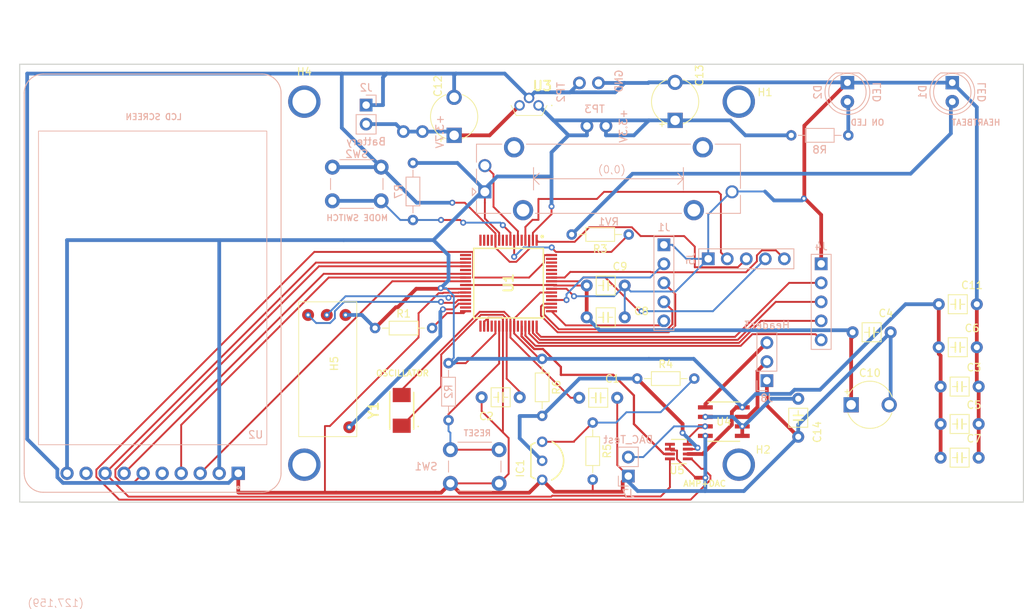
<source format=kicad_pcb>
(kicad_pcb (version 20240108) (generator "pcbnew") (generator_version "8.0")
  (title_block (title "ECE 445L Lab 6") (date "2024-08-07") (rev "v1.0.1") (company "The University of Texas at Austin"))
  (layers (0 "F.Cu" signal) (31 "B.Cu" signal) (34 "B.Paste" user) (35 "F.Paste" user) (36 "B.SilkS" user "B.Silkscreen") (37 "F.SilkS" user "F.Silkscreen") (38 "B.Mask" user) (39 "F.Mask" user) (44 "Edge.Cuts" user))
  (net 0 "")
  (net 1 "/OSC1")
  (net 2 "GND")
  (net 3 "/OSC2")
  (net 4 "+3V3")
  (net 5 "/LDO")
  (net 6 "Net-(U1-~{WAKE})")
  (net 7 "/Reset")
  (net 10 "Net-(U4-+IN2)")
  (net 11 "Net-(D1-A)")
  (net 12 "Net-(D2-A)")
  (net 13 "Net-(IC1-Pad1)")
  (net 14 "Net-(U5-VREF)")
  (net 16 "VOUT")
  (net 17 "OUT2")
  (net 18 "OUT1")
  (net 21 "/+3_7V")
  (net 22 "/TCK")
  (net 23 "Net-(H5-GND)")
  (net 25 "/TMS")
  (net 26 "/TDI")
  (net 27 "/TDO")
  (net 28 "PD5")
  (net 29 "Net-(H5-LED_Brightness)")
  (net 30 "PB6")
  (net 31 "PB7")
  (net 33 "PE3")
  (net 34 "PE2")
  (net 35 "PE1")
  (net 42 "Net-(H5-Vout)")
  (net 44 "PA2")
  (net 45 "PA3")
  (net 47 "PA5")
  (net 48 "PA6")
  (net 49 "PA7")
  (net 56 "PB0")
  (net 57 "PB1")
  (net 58 "PB2")
  (net 59 "PB3")
  (net 60 "PB5")
  (net 61 "PB4")
  (net 63 "PD3")
  (footprint "ECE445L:CP_Radial_Tantal200mil" (layer "F.Cu") (at 76 105 90)
    (property "Reference" "C12")
    (property "Value" "4.7uF")
  )
  (footprint "ECE445L:C_Axial_200mil" (layer "F.Cu") (at 92.69375 140.065)
    (property "Reference" "C1")
    (property "Value" "10pF C0G")
  )
  (footprint "ECE445L:C_Axial_200mil" (layer "F.Cu") (at 140.94375 138.565)
    (property "Reference" "C3")
    (property "Value" "1uF")
  )
  (footprint "ECE445L:C_Axial_200mil" (layer "F.Cu") (at 121.935 140.19375 -90)
    (property "Reference" "C14")
    (property "Value" "1uF")
  )
  (footprint "ECE445L:C_Axial_200mil" (layer "F.Cu") (at 93.69375 129.315)
    (property "Reference" "C8")
    (property "Value" "0.1uF")
  )
  (footprint "ECE445L:CP_Radial_Tantal200mil" (layer "F.Cu") (at 105.5 103 90)
    (property "Reference" "C13")
    (property "Value" "4.7uF")
  )
  (footprint "ECE445L:C_Axial_200mil" (layer "F.Cu") (at 140.94375 143.565)
    (property "Reference" "C5")
    (property "Value" "0.01uF")
  )
  (footprint "ECE445L:R_Axial_DIN0204_L3.6mm_D1.6mm_P7.62mm_Horizontal" (layer "F.Cu") (at 94.5 143.38 -90)
    (property "Reference" "R5")
    (property "Value" "10k")
  )
  (footprint "Lab_6:RJ_8_ADI" (layer "F.Cu") (at 106 147.25 180)
    (property "Reference" "U5")
    (property "Value" "AD5061BRJZ-1500RL7")
  )
  (footprint "ECE445L:TL431CLPM" (layer "F.Cu") (at 87.27 101 180)
    (property "Reference" "U3")
    (property "Value" "LP2950-33LPRE3" (hide yes))
  )
  (footprint "ECE445L:C_Axial_200mil" (layer "F.Cu") (at 93.69375 125.065)
    (property "Reference" "C9")
    (property "Value" "1uF")
  )
  (footprint "ECE445L:C_Axial_200mil" (layer "F.Cu") (at 129.19375 131.315)
    (property "Reference" "C4")
    (property "Value" "0.1uF")
  )
  (footprint "ECE445L:MountingHole_4_40" (layer "F.Cu") (at 114 100.5)
    (property "Reference" "H1")
    (property "Value" "~")
  )
  (footprint "Lab_6:R_8_ADI" (layer "F.Cu") (at 112 143.25)
    (property "Reference" "U4")
    (property "Value" "AD822ARZ")
  )
  (footprint "ECE445L:QFP50P1200X1200X160-64N" (layer "F.Cu") (at 83.262 124.75 -90)
    (property "Reference" "U1")
    (property "Value" "TM4C123GH6PMIR" (hide yes))
  )
  (footprint "ECE445L:R_Axial_DIN0204_L3.6mm_D1.6mm_P7.62mm_Horizontal" (layer "F.Cu") (at 99.31 118.25 180)
    (property "Reference" "R3")
    (property "Value" "10k")
  )
  (footprint "ECE445L:MountingHole_4_40" (layer "F.Cu") (at 56 100.5)
    (property "Reference" "H4")
    (property "Value" "~")
  )
  (footprint "ECE445L:ti_LM4041CILPR" (layer "F.Cu") (at 87.75 148.48 -90)
    (property "Reference" "IC1")
    (property "Value" "LM4041CILPR")
  )
  (footprint "ECE445L:C_Axial_200mil" (layer "F.Cu") (at 140.69375 133.315)
    (property "Reference" "C6")
    (property "Value" "0.1uF")
  )
  (footprint "ECE445L:R_Axial_DIN0204_L3.6mm_D1.6mm_P7.62mm_Horizontal" (layer "F.Cu") (at 65.44 130.75)
    (property "Reference" "R1")
    (property "Value" "1M")
  )
  (footprint "ECE445L:ABM3" (layer "F.Cu") (at 69 141.75 90)
    (property "Reference" "Y1")
    (property "Value" "ABM3-16.000MHZ-B2-T" (hide yes))
  )
  (footprint "ECE445L:C_Axial_200mil" (layer "F.Cu") (at 140.94375 148.065)
    (property "Reference" "C7")
    (property "Value" "0.1uF")
  )
  (footprint "ECE445L:R_Axial_DIN0204_L3.6mm_D1.6mm_P7.62mm_Horizontal" (layer "F.Cu") (at 87.75 134.86 -90)
    (property "Reference" "R6")
    (property "Value" "9k")
  )
  (footprint "ECE445L:R_Axial_DIN0204_L3.6mm_D1.6mm_P7.62mm_Horizontal" (layer "F.Cu") (at 100.44 137.5)
    (property "Reference" "R4")
    (property "Value" "3.3k")
  )
  (footprint "ECE445L:C_Axial_200mil" (layer "F.Cu") (at 140.69375 127.565)
    (property "Reference" "C11")
    (property "Value" "0.01uF")
  )
  (footprint "ECE445L:CP_Radial_Tantal200mil" (layer "F.Cu") (at 129 141)
    (property "Reference" "C10")
    (property "Value" "2.2uF")
  )
  (footprint "ECE445L:C_Axial_200mil" (layer "F.Cu") (at 84.75 140 180)
    (property "Reference" "C2")
    (property "Value" "10pF C0G")
  )
  (footprint "Lab_6:HEARTBEAT" (layer "F.Cu") (at 39.5 147.75 -90)
    (property "Reference" "H5")
    (property "Value" "~")
  )
  (footprint "ECE445L:MountingHole_4_40" (layer "F.Cu") (at 56 149)
    (property "Reference" "H3" (hide yes))
    (property "Value" "~")
  )
  (footprint "ECE445L:MountingHole_4_40" (layer "F.Cu") (at 114 149)
    (property "Reference" "H2")
    (property "Value" "~")
  )
  (footprint "ECE445L:PTA2043pot" (layer "B.Cu") (at 80.1 112.55)
    (property "Reference" "RV1")
    (property "Value" "PTA2043")
  )
  (footprint "ECE445L:PinHeader_1x02_P2.54mm_Vertical" (layer "B.Cu") (at 64.25 100.96 180)
    (property "Reference" "J2")
    (property "Value" "Battery")
  )
  (footprint "ECE445L:PinHeader_1x02_P2.54mm_Vertical" (layer "B.Cu") (at 99.25 150.525)
    (property "Reference" "J7")
    (property "Value" "DAC_Test")
  )
  (footprint "ECE445L:LED_D5.0mm" (layer "B.Cu") (at 142.5 97.96 -90)
    (property "Reference" "D1")
    (property "Value" "LED")
  )
  (footprint "ECE445L:R_Axial_DIN0204_L3.6mm_D1.6mm_P7.62mm_Horizontal" (layer "B.Cu") (at 70.5 108.69 -90)
    (property "Reference" "R7")
    (property "Value" "10k")
  )
  (footprint "ECE445L:PinHeader_1x05_P2.54mm_Vertical" (layer "B.Cu") (at 109.92 121.5 -90)
    (property "Reference" "J5")
    (property "Value" "LOGIC_4-7")
  )
  (footprint "Button_Switch_THT:SW_PUSH_6mm" (layer "B.Cu") (at 66.25 109.25 180)
    (property "Reference" "SW2")
    (property "Value" "Input")
  )
  (footprint "ECE445L:PinHeader_1x05_P2.54mm_Vertical" (layer "B.Cu") (at 104 119.63 180)
    (property "Reference" "J1")
    (property "Value" "JTAG")
  )
  (footprint "ECE445L:LED_D5.0mm" (layer "B.Cu") (at 128.5 97.96 -90)
    (property "Reference" "D2")
    (property "Value" "LED")
  )
  (footprint "Button_Switch_THT:SW_PUSH_6mm" (layer "B.Cu") (at 75.5 151.5)
    (property "Reference" "SW1")
    (property "Value" "Reset")
  )
  (footprint "ECE445L:Testpoint_1x02_P2.54mm" (layer "B.Cu") (at 69.225 104.5 -90)
    (property "Reference" "TP1" (hide yes))
    (property "Value" "+3.7V")
  )
  (footprint "ECE445L:R_Axial_DIN0204_L3.6mm_D1.6mm_P7.62mm_Horizontal" (layer "B.Cu") (at 75.25 135.44 -90)
    (property "Reference" "R2")
    (property "Value" "10k")
  )
  (footprint "ECE445L:PinHeader_1x03_P2.54mm_Vertical" (layer "B.Cu") (at 117.75 137.775)
    (property "Reference" "J8")
    (property "Value" "Header3")
  )
  (footprint "ECE445L:Testpoint_1x02_P2.54mm" (layer "B.Cu") (at 93.725 103.75 -90)
    (property "Reference" "TP3")
    (property "Value" "+3.3V")
  )
  (footprint "ECE445L:R_Axial_DIN0204_L3.6mm_D1.6mm_P7.62mm_Horizontal" (layer "B.Cu") (at 121 105)
    (property "Reference" "R8")
    (property "Value" "10k")
  )
  (footprint "ECE445L:PinHeader_1x05_P2.54mm_Vertical" (layer "B.Cu") (at 125 122.17 180)
    (property "Reference" "J4")
    (property "Value" "LOGIC_0-3")
  )
  (footprint "ECE445L:adafruit_st7735r2" (layer "B.Cu") (at 35.75 124.75 180)
    (property "Reference" "U2")
    (property "Value" "Adafruit ST7735R")
  )
  (footprint "ECE445L:Testpoint_1x02_P2.54mm" (layer "B.Cu") (at 92.725 98 -90)
    (property "Reference" "TP2")
    (property "Value" "GND")
  )
  (gr_rect (start 18 95.5) (end 152 154) (stroke (width 0.15)) (fill none) (layer "Edge.Cuts"))
  (gr_text "MODE SWITCH" (at 67.25 116.5 0) (layer "B.SilkS") (effects (font (size 0.8 0.8) (thickness 0.15) (bold yes)) (justify left bottom mirror)))
  (gr_text "ON LED" (at 133.5 103.75 0) (layer "B.SilkS") (effects (font (size 0.8 0.8) (thickness 0.15) (bold yes)) (justify left bottom mirror)))
  (gr_text "LCD SCREEN" (at 39.75 103 0) (layer "B.SilkS") (effects (font (size 0.8 0.8) (thickness 0.15) (bold yes)) (justify left bottom mirror)))
  (gr_text "RESET" (at 81 145.25 0) (layer "B.SilkS") (effects (font (size 0.8 0.8) (thickness 0.15) (bold yes)) (justify left bottom mirror)))
  (gr_text "HEARTBEAT" (at 149 103.75 0) (layer "B.SilkS") (effects (font (size 0.8 0.8) (thickness 0.15) (bold yes)) (justify left bottom mirror)))
  (gr_text "OSCILLATOR" (at 65.5 137.25 0) (layer "F.SilkS") (effects (font (size 0.8 0.8) (thickness 0.15) (bold yes)) (justify left bottom)))
  (gr_text "AMP+DAC" (at 106.5 152 0) (layer "F.SilkS") (effects (font (size 0.8 0.8) (thickness 0.15) (bold yes)) (justify left bottom)))
  (segment (start 83.512 130.488) (end 83.512 129.419129) (width 0.25) (layer "F.Cu") (net 1))
  (segment (start 83.512 132.01462) (end 83.512 130.488) (width 0.25) (layer "F.Cu") (net 1))
  (segment (start 92.69375 140.065) (end 91.56238 140.065) (width 0.25) (layer "F.Cu") (net 1))
  (segment (start 79.415564 128.58125) (end 69 138.996814) (width 0.25) (layer "F.Cu") (net 1))
  (segment (start 69 138.996814) (end 69 139.7) (width 0.25) (layer "F.Cu") (net 1))
  (segment (start 83.512 129.419129) (end 82.674121 128.58125) (width 0.25) (layer "F.Cu") (net 1))
  (segment (start 91.56238 140.065) (end 83.512 132.01462) (width 0.25) (layer "F.Cu") (net 1))
  (segment (start 82.674121 128.58125) (end 79.415564 128.58125) (width 0.25) (layer "F.Cu") (net 1))
  (segment (start 80.63125 129.38125) (end 80.512 129.5005) (width 0.25) (layer "F.Cu") (net 2))
  (segment (start 117.75 141.08875) (end 121.935 145.27375) (width 0.5) (layer "F.Cu") (net 2))
  (segment (start 71.25 128.770769) (end 71.25 132) (width 0.25) (layer "F.Cu") (net 2))
  (segment (start 86.012 120.178359) (end 84.29294 121.897419) (width 0.25) (layer "F.Cu") (net 2))
  (segment (start 81.512 119.9995) (end 81.512 119.012) (width 0.25) (layer "F.Cu") (net 2))
  (segment (start 79.67 140) (end 79.67 141.842877) (width 0.25) (layer "F.Cu") (net 2))
  (segment (start 77.421814 114) (end 75.75 114) (width 0.25) (layer "F.Cu") (net 2))
  (segment (start 128.5 97.96) (end 122.75 103.71) (width 0.5) (layer "F.Cu") (net 2))
  (segment (start 145.77375 133.315) (end 145.77375 138.315) (width 0.5) (layer "F.Cu") (net 2))
  (segment (start 73.5 152.75) (end 74.25 152.75) (width 0.5) (layer "F.Cu") (net 2))
  (segment (start 98.5 151.275) (end 99.25 150.525) (width 0.5) (layer "F.Cu") (net 2))
  (segment (start 83.275 150.225) (end 83.275 145.447877) (width 0.25) (layer "F.Cu") (net 2))
  (segment (start 79.67 141.842877) (end 82.512 144.684877) (width 0.25) (layer "F.Cu") (net 2))
  (segment (start 89 125.5) (end 91 125.5) (width 0.25) (layer "F.Cu") (net 2))
  (segment (start 98.5 152.62) (end 98.5 151.275) (width 0.5) (layer "F.Cu") (net 2))
  (segment (start 47.18 152.68) (end 47.25 152.75) (width 0.5) (layer "F.Cu") (net 2))
  (segment (start 74.48939 126.090569) (end 73.9302 126.090569) (width 0.25) (layer "F.Cu") (net 2))
  (segment (start 105.75 148.25) (end 108.25 150.75) (width 0.25) (layer "F.Cu") (net 2))
  (segment (start 81.512 119.012) (end 81.512 118.090186) (width 0.25) (layer "F.Cu") (net 2))
  (segment (start 59.4135 143.8365) (end 58.844641 143.8365) (width 0.25) (layer "F.Cu") (net 2))
  (segment (start 94.5 151) (end 94.5 152.62) (width 0.25) (layer "F.Cu") (net 2))
  (segment (start 81.512 118.090186) (end 77.421814 114) (width 0.25) (layer "F.Cu") (net 2))
  (segment (start 86.02 152.75) (end 87.75 151.02) (width 0.5) (layer "F.Cu") (net 2))
  (segment (start 108.25 150.75) (end 109.5 150.75) (width 0.5) (layer "F.Cu") (net 2))
  (segment (start 117.75 137.775) (end 117.75 141.08875) (width 0.5) (layer "F.Cu") (net 2))
  (segment (start 134.27375 140.80625) (end 134.08 141) (width 0.25) (layer "F.Cu") (net 2))
  (segment (start 82.512 129.5505) (end 82.34275 129.38125) (width 0.25) (layer "F.Cu") (net 2))
  (segment (start 83.275 145.447877) (end 82.512 144.684877) (width 0.25) (layer "F.Cu") (net 2))
  (segment (start 97.77375 149.04875) (end 99.25 150.525) (width 0.25) (layer "F.Cu") (net 2))
  (segment (start 82.34275 129.38125) (end 80.53125 129.38125) (width 0.25) (layer "F.Cu") (net 2))
  (segment (start 146.02375 138.565) (end 146.02375 143.565) (width 0.5) (layer "F.Cu") (net 2))
  (segment (start 94.5 152.62) (end 98.5 152.62) (width 0.5) (layer "F.Cu") (net 2))
  (segment (start 73.9302 126.090569) (end 71.25 128.770769) (width 0.25) (layer "F.Cu") (net 2))
  (segment (start 47.25 152.75) (end 58.75 152.75) (width 0.5) (layer "F.Cu") (net 2))
  (segment (start 77.524 126) (end 76.5865 126) (width 0.25) (layer "F.Cu") (net 2))
  (segment (start 82.512 130.488) (end 82.512 129.5505) (width 0.25) (layer "F.Cu") (net 2))
  (segment (start 145.77375 127.565) (end 145.77375 133.315) (width 0.5) (layer "F.Cu") (net 2))
  (segment (start 82 151.5) (end 83.275 150.225) (width 0.25) (layer "F.Cu") (net 2))
  (segment (start 82.512 130.488) (end 82.512 144.684877) (width 0.25) (layer "F.Cu") (net 2))
  (segment (start 122.75 103.71) (end 122.75 113.38) (width 0.5) (layer "F.Cu") (net 2))
  (segment (start 80.512 129.5005) (end 80.512 130.488) (width 0.25) (layer "F.Cu") (net 2))
  (segment (start 76.5615 126.025) (end 74.554959 126.025) (width 0.25) (layer "F.Cu") (net 2))
  (segment (start 75.5 151.5) (end 76.75 152.75) (width 0.5) (layer "F.Cu") (net 2))
  (segment (start 104.8062 146.275001) (end 104.9071 146.275001) (width 0.25) (layer "F.Cu") (net 2))
  (segment (start 80.012 129.9005) (end 80.012 130.488) (width 0.25) (layer "F.Cu") (net 2))
  (segment (start 91 125.5) (end 92 126.5) (width 0.25) (layer "F.Cu") (net 2))
  (segment (start 89.35 152.62) (end 94.5 152.62) (width 0.5) (layer "F.Cu") (net 2))
  (segment (start 110.2474 145.155) (end 109.5362 145.155) (width 0.25) (layer "F.Cu") (net 2))
  (segment (start 145.77375 138.315) (end 146.02375 138.565) (width 0.5) (layer "F.Cu") (net 2))
  (segment (start 47.18 150.15) (end 47.18 152.68) (width 0.5) (layer "F.Cu") (net 2))
  (segment (start 104.990702 147.109501) (end 105.7416 147.109501) (width 0.25) (layer "F.Cu") (net 2))
  (segment (start 80.53125 129.38125) (end 80.012 129.9005) (width 0.25) (layer "F.Cu") (net 2))
  (segment (start 105.75 147.117901) (end 105.75 148.25) (width 0.25) (layer "F.Cu") (net 2))
  (segment (start 71.25 132) (end 59.4135 143.8365) (width 0.25) (layer "F.Cu") (net 2))
  (segment (start 74.25 152.75) (end 75.5 151.5) (width 0.5) (layer "F.Cu") (net 2))
  (segment (start 97.77375 140.065) (end 97.77375 149.04875) (width 0.25) (layer "F.Cu") (net 2))
  (segment (start 60.25 152.75) (end 73.5 152.75) (width 0.5) (layer "F.Cu") (net 2))
  (segment (start 84.29294 121.897419) (end 83.409919 121.897419) (width 0.25) (layer "F.Cu") (net 2))
  (segment (start 76.5865 126) (end 76.5615 126.025) (width 0.25) (layer "F.Cu") (net 2))
  (segment (start 76.75 152.75) (end 86.02 152.75) (width 0.5) (layer "F.Cu") (net 2))
  (segment (start 122.75 113.38) (end 125 115.63) (width 0.5) (layer "F.Cu") (net 2))
  (segment (start 104.8062 146.275001) (end 104.8062 146.924999) (width 0.25) (layer "F.Cu") (net 2))
  (segment (start 104.8062 146.924999) (end 104.990702 147.109501) (width 0.25) (layer "F.Cu") (net 2))
  (segment (start 74.554959 126.025) (end 74.48939 126.090569) (width 0.25) (layer "F.Cu") (net 2))
  (segment (start 58.75 143.8365) (end 58.75 152.75) (width 0.25) (layer "F.Cu") (net 2))
  (segment (start 58.75 152.75) (end 60.25 152.75) (width 0.5) (layer "F.Cu") (net 2))
  (segment (start 105.7416 147.109501) (end 105.75 147.117901) (width 0.25) (layer "F.Cu") (net 2))
  (segment (start 146.02375 143.565) (end 146.02375 148.065) (width 0.5) (layer "F.Cu") (net 2))
  (segment (start 83.409919 121.897419) (end 81.512 119.9995) (width 0.25) (layer "F.Cu") (net 2))
  (segment (start 87.75 151.02) (end 89.35 152.62) (width 0.5) (layer "F.Cu") (net 2))
  (segment (start 86.012 119.012) (end 86.012 120.178359) (width 0.25) (layer "F.Cu") (net 2))
  (segment (start 82 151.5) (end 75.5 151.5) (width 0.25) (layer "F.Cu") (net 2))
  (segment (start 125 115.63) (end 125 122.17) (width 0.5) (layer "F.Cu") (net 2))
  (via (at 122.69 113.44) (size 0.8) (drill 0.4) (layers "F.Cu" "B.Cu") (net 2))
  (via (at 109.5362 150.75) (size 0.8) (drill 0.4) (layers "F.Cu" "B.Cu") (net 2))
  (via (at 92 126.5) (size 0.8) (drill 0.4) (layers "F.Cu" "B.Cu") (net 2))
  (via (at 109.5362 145.155) (size 0.8) (drill 0.4) (layers "F.Cu" "B.Cu") (net 2))
  (via (at 75.75 114) (size 0.8) (drill 0.4) (layers "F.Cu" "B.Cu") (net 2))
  (segment (start 121.935 143.65375) (end 121.935 145.27375) (width 0.5) (layer "B.Cu") (net 2))
  (segment (start 109.5362 145.155) (end 109.5362 150.75) (width 0.5) (layer "B.Cu") (net 2))
  (segment (start 61 96.75) (end 19 96.75) (width 0.5) (layer "B.Cu") (net 2))
  (segment (start 67 96.75) (end 66.5 97.25) (width 0.5) (layer "B.Cu") (net 2))
  (segment (start 71 114) (end 75.75 114) (width 0.5) (layer "B.Cu") (net 2))
  (segment (start 66.25 109.25) (end 61 104) (width 0.5) (layer "B.Cu") (net 2))
  (segment (start 82.75 96.75) (end 76.25 96.75) (width 0.5) (layer "B.Cu") (net 2))
  (segment (start 97.33875 126.5) (end 92 126.5) (width 0.25) (layer "B.Cu") (net 2))
  (segment (start 109.5 152.525) (end 114.68375 152.525) (width 0.5) (layer "B.Cu") (net 2))
  (segment (start 99.25 150.525) (end 99.25 151.275) (width 0.5) (layer "B.Cu") (net 2))
  (segment (start 128.46 97.92) (end 128.5 97.96) (width 0.5) (layer "B.Cu") (net 2))
  (segment (start 67 96.75) (end 61 96.75) (width 0.5) (layer "B.Cu") (net 2))
  (segment (start 101.92 98) (end 102 97.92) (width 0.5) (layer "B.Cu") (net 2))
  (segment (start 99.573749 125.864999) (end 105.555001 125.864999) (width 0.25) (layer "B.Cu") (net 2))
  (segment (start 122.69 113.44) (end 122.75 113.38) (width 0.5) (layer "B.Cu") (net 2))
  (segment (start 109.5362 150.75) (end 109.5362 152.4888) (width 0.5) (layer "B.Cu") (net 2))
  (segment (start 98.77375 125.065) (end 97.33875 126.5) (width 0.25) (layer "B.Cu") (net 2))
  (segment (start 145.77375 127.565) (end 145.77375 101.23375) (width 0.5) (layer "B.Cu") (net 2))
  (segment (start 76.25 96.75) (end 67 96.75) (width 0.5) (layer "B.Cu") (net 2))
  (segment (start 117.5 112.5) (end 118.7 113.7) (width 0.5) (layer "B.Cu") (net 2))
  (segment (start 23.031 149.616078) (end 23.031 150.683922) (width 0.5) (layer "B.Cu") (net 2))
  (segment (start 86 100) (end 86.75 99.25) (width 0.5) (layer "B.Cu") (net 2))
  (segment (start 98.77375 129.315) (end 98.77375 125.065) (width 0.25) (layer "B.Cu") (net 2))
  (segment (start 66.5 100.96) (end 64.25 100.96) (width 0.5) (layer "B.Cu") (net 2))
  (segment (start 45.891 151.439) (end 47.18 150.15) (width 0.5) (layer "B.Cu") (net 2))
  (segment (start 59.75 109.25) (end 66.25 109.25) (width 0.5) (layer "B.Cu") (net 2))
  (segment (start 97.5 99.25) (end 98.75 98) (width 0.5) (layer "B.Cu") (net 2))
  (segment (start 95.265 98) (end 98.75 98) (width 0.5) (layer "B.Cu") (net 2))
  (segment (start 66.5 97.25) (end 66.5 100.96) (width 0.5) (layer "B.Cu") (net 2))
  (segment (start 105.555001 125.864999) (end 109.92 121.5) (width 0.25) (layer "B.Cu") (net 2))
  (segment (start 76 97) (end 76 99.92) (width 0.5) (layer "B.Cu") (net 2))
  (segment (start 109.92 115.58) (end 109.92 121.5) (width 0.25) (layer "B.Cu") (net 2))
  (segment (start 118.7 113.7) (end 122.43 113.7) (width 0.5) (layer "B.Cu") (net 2))
  (segment (start 23.786078 151.439) (end 45.891 151.439) (width 0.5) (layer "B.Cu") (net 2))
  (segment (start 99.25 151.275) (end 100.5 152.525) (width 0.5) (layer "B.Cu") (net 2))
  (segment (start 102 97.92) (end 128.46 97.92) (width 0.5) (layer "B.Cu") (net 2))
  (segment (start 145.77375 101.23375) (end 142.5 97.96) (width 0.5) (layer "B.Cu") (net 2))
  (segment (start 104 119.63) (end 105.12 119.63) (width 0.25) (layer "B.Cu") (net 2))
  (segment (start 134.27375 140.80625) (end 134.08 141) (width 0.5) (layer "B.Cu") (net 2))
  (segment (start 86 100) (end 82.75 96.75) (width 0.5) (layer "B.Cu") (net 2))
  (segment (start 98.77375 125.065) (end 99.573749 125.864999) (width 0.25) (layer "B.Cu") (net 2))
  (segment (start 89.5 99.25) (end 97.5 99.25) (width 0.5) (layer "B.Cu") (net 2))
  (segment (start 23.031 150.683922) (end 23.786078 151.439) (width 0.5) (layer "B.Cu") (net 2))
  (segment (start 19 145.585078) (end 23.031 149.616078) (width 0.5) (layer "B.Cu") (net 2))
  (segment (start 134.27375 131.315) (end 121.935 143.65375) (width 0.5) (layer "B.Cu") (net 2))
  (segment (start 109.5362 152.4888) (end 109.5 152.525) (width 0.5) (layer "B.Cu") (net 2))
  (segment (start 98.75 98) (end 101.92 98) (width 0.5) (layer "B.Cu") (net 2))
  (segment (start 117.5 112.5) (end 113 112.5) (width 0.25) (layer "B.Cu") (net 2))
  (segment (start 86.75 99.25) (end 89.5 99.25) (width 0.5) (layer "B.Cu") (net 2))
  (segment (start 61 104) (end 61 96.75) (width 0.5) (layer "B.Cu") (net 2))
  (segment (start 100.5 152.525) (end 109.5 152.525) (width 0.5) (layer "B.Cu") (net 2))
  (segment (start 91.475 99.25) (end 92.725 98) (width 0.5) (layer "B.Cu") (net 2))
  (segment (start 105.12 119.63) (end 106.99 121.5) (width 0.25) (layer "B.Cu") (net 2))
  (segment (start 76.25 96.75) (end 76 97) (width 0.5) (layer "B.Cu") (net 2))
  (segment (start 19 96.75) (end 19 145.585078) (width 0.5) (layer "B.Cu") (net 2))
  (segment (start 66.25 109.25) (end 71 114) (width 0.5) (layer "B.Cu") (net 2))
  (segment (start 89.5 99.25) (end 91.475 99.25) (width 0.5) (layer "B.Cu") (net 2))
  (segment (start 114.68375 152.525) (end 121.935 145.27375) (width 0.5) (layer "B.Cu") (net 2))
  (segment (start 113 112.5) (end 109.92 115.58) (width 0.25) (layer "B.Cu") (net 2))
  (segment (start 122.43 113.7) (end 122.69 113.44) (width 0.5) (layer "B.Cu") (net 2))
  (segment (start 106.99 121.5) (end 109.92 121.5) (width 0.25) (layer "B.Cu") (net 2))
  (segment (start 128.5 97.96) (end 142.5 97.96) (width 0.5) (layer "B.Cu") (net 2))
  (segment (start 134.27375 131.315) (end 134.27375 140.80625) (width 0.5) (layer "B.Cu") (net 2))
  (segment (start 83.012 129.484814) (end 83.012 130.488) (width 0.25) (layer "F.Cu") (net 3))
  (segment (start 84.75 139.25) (end 83.012 137.512) (width 0.25) (layer "F.Cu") (net 3))
  (segment (start 69 143.8) (end 74.275 138.525) (width 0.25) (layer "F.Cu") (net 3))
  (segment (start 74.275 134.2875) (end 79.58125 128.98125) (width 0.25) (layer "F.Cu") (net 3))
  (segment (start 79.58125 128.98125) (end 82.508436 128.98125) (width 0.25) (layer "F.Cu") (net 3))
  (segment (start 74.275 138.525) (end 74.275 134.2875) (width 0.25) (layer "F.Cu") (net 3))
  (segment (start 82.508436 128.98125) (end 83.012 129.484814) (width 0.25) (layer "F.Cu") (net 3))
  (segment (start 83.012 137.512) (end 83.012 130.488) (width 0.25) (layer "F.Cu") (net 3))
  (segment (start 84.75 140) (end 84.75 139.25) (width 0.25) (layer "F.Cu") (net 3))
  (segment (start 77.524 125.5) (end 74.294226 125.5) (width 0.25) (layer "F.Cu") (net 4))
  (segment (start 68.47 127.97) (end 68.22 127.97) (width 0.5) (layer "F.Cu") (net 4))
  (segment (start 80.1 114) (end 80.1 112.55) (width 0.25) (layer "F.Cu") (net 4))
  (segment (start 74.294226 125.5) (end 74.209795 125.415569) (width 0.25) (layer "F.Cu") (net 4))
  (segment (start 140.69375 133.315) (end 140.69375 134.19375) (width 0.5) (layer "F.Cu") (net 4))
  (segment (start 89 115.5365) (end 89 114.5) (width 0.25) (layer "F.Cu") (net 4))
  (segment (start 77.5475 135.44) (end 75.25 135.44) (width 0.25) (layer "F.Cu") (net 4))
  (segment (start 113.0732 141.9356) (end 113.6638 141.345) (width 0.5) (layer "F.Cu") (net 4))
  (segment (start 70.94 125.5) (end 68.47 127.97) (width 0.5) (layer "F.Cu") (net 4))
  (segment (start 86.512 118.0245) (end 89 115.5365) (width 0.25) (layer "F.Cu") (net 4))
  (segment (start 87.5125 126) (end 84.012 129.5005) (width 0.25) (layer "F.Cu") (net 4))
  (segment (start 80.1 116.1125) (end 80.1 114) (width 0.25) (layer "F.Cu") (net 4))
  (segment (start 140.94375 134.44375) (end 140.94375 138.565) (width 0.5) (layer "F.Cu") (net 4))
  (segment (start 113.6638 141.345) (end 114.4638 141.345) (width 0.5) (layer "F.Cu") (net 4))
  (segment (start 81.512 130.488) (end 81.512 131.4755) (width 0.25) (layer "F.Cu") (net 4))
  (segment (start 84.012 131.4755) (end 87.3965 134.86) (width 0.25) (layer "F.Cu") (net 4))
  (segment (start 140.94375 138.565) (end 140.94375 143.565) (width 0.5) (layer "F.Cu") (net 4))
  (segment (start 84.012 130.488) (end 84.012 131.4755) (width 0.25) (layer "F.Cu") (net 4))
  (segment (start 81.512 131.4755) (end 77.5475 135.44) (width 0.25) (layer "F.Cu") (net 4))
  (segment (start 140.69375 127.565) (end 140.69375 133.25) (width 0.5) (layer "F.Cu") (net 4))
  (segment (start 113.0732 143.6768) (end 113.0732 141.9356) (width 0.5) (layer "F.Cu") (net 4))
  (segment (start 68.22 127.97) (end 65.44 130.75) (width 0.5) (layer "F.Cu") (net 4))
  (segment (start 82.012 119.012) (end 82.012 118.0245) (width 0.25) (layer "F.Cu") (net 4))
  (segment (start 82.012 118.0245) (end 80.1 116.1125) (width 0.25) (layer "F.Cu") (net 4))
  (segment (start 140.69375 134.19375) (end 140.94375 134.44375) (width 0.5) (layer "F.Cu") (net 4))
  (segment (start 109.174999 147.575001) (end 113.0732 143.6768) (width 0.5) (layer "F.Cu") (net 4))
  (segment (start 74.125364 125.5) (end 70.94 125.5) (width 0.5) (layer "F.Cu") (net 4))
  (segment (start 84.012 129.5005) (end 84.012 130.488) (width 0.25) (layer "F.Cu") (net 4))
  (segment (start 140.94375 143.565) (end 140.94375 148.065) (width 0.5) (layer "F.Cu") (net 4))
  (segment (start 89 126) (end 87.5125 126) (width 0.25) (layer "F.Cu") (net 4))
  (segment (start 74.209795 125.415569) (end 74.125364 125.5) (width 0.5) (layer "F.Cu") (net 4))
  (segment (start 107.1938 147.575001) (end 109.174999 147.575001) (width 0.5) (layer "F.Cu") (net 4))
  (segment (start 140.69375 133.25) (end 140.69375 133.315) (width 0.5) (layer "F.Cu") (net 4))
  (segment (start 86.512 119.012) (end 86.512 118.0245) (width 0.25) (layer "F.Cu") (net 4))
  (segment (start 87.3965 134.86) (end 87.75 134.86) (width 0.25) (layer "F.Cu") (net 4))
  (via (at 61.5 129) (size 0.8) (drill 0.4) (layers "F.Cu" "B.Cu") (net 4))
  (via (at 89 114.5) (size 0.8) (drill 0.4) (layers "F.Cu" "B.Cu") (net 4))
  (via (at 114.4638 141.345) (size 0.8) (drill 0.4) (layers "F.Cu" "B.Cu") (net 4))
  (via (at 74.209795 125.415569) (size 0.8) (drill 0.4) (layers "F.Cu" "B.Cu") (net 4))
  (segment (start 114.881027 105) (end 121 105) (width 0.5) (layer "B.Cu") (net 4))
  (segment (start 44.64 119.11) (end 44.75 119) (width 0.5) (layer "B.Cu") (net 4))
  (segment (start 65.19 131) (end 65.44 130.75) (width 0.5) (layer "B.Cu") (net 4))
  (segment (start 44.64 150.15) (end 44.64 119.11) (width 0.5) (layer "B.Cu") (net 4))
  (segment (start 81.73 110.5) (end 89 110.5) (width 0.5) (layer "B.Cu") (net 4))
  (segment (start 24.32 119) (end 24.32 150.15) (width 0.5) (layer "B.Cu") (net 4))
  (segment (start 102 134.86) (end 87.75 134.86) (width 0.5) (layer "B.Cu") (net 4))
  (segment (start 70.5 108.69) (end 76.44 108.69) (width 0.5) (layer "B.Cu") (net 4))
  (segment (start 120.887943 139.54375) (end 116.26505 139.54375) (width 0.5) (layer "B.Cu") (net 4))
  (segment (start 24.32 119) (end 44.75 119) (width 0.5) (layer "B.Cu") (net 4))
  (segment (start 63.69 129) (end 65.44 130.75) (width 0.5) (layer "B.Cu") (net 4))
  (segment (start 79.865 112.365) (end 79.99 112.24) (width 0.5) (layer "B.Cu") (net 4))
  (segment (start 89 110.5) (end 89 114.5) (width 0.5) (layer "B.Cu") (net 4))
  (segment (start 102 103) (end 105.5 103) (width 0.5) (layer "B.Cu") (net 4))
  (segment (start 75.25 124.375364) (end 75.25 121.02) (width 0.5) (layer "B.Cu") (net 4))
  (segment (start 75.95 126.445405) (end 74.920164 125.415569) (width 0.25) (layer "B.Cu") (net 4))
  (segment (start 87.26 101) (end 87.27 101) (width 0.5) (layer "B.Cu") (net 4))
  (segment (start 105.5 103) (end 112.881027 103) (width 0.5) (layer "B.Cu") (net 4))
  (segment (start 74.209795 125.415569) (end 75.25 124.375364) (width 0.5) (layer "B.Cu") (net 4))
  (segment (start 100 105) (end 101.875 103.125) (width 0.5) (layer "B.Cu") (net 4))
  (segment (start 75.25 135.44) (end 75.95 134.74) (width 0.25) (layer "B.Cu") (net 4))
  (segment (start 75.94 135.44) (end 76.52 134.86) (width 0.5) (layer "B.Cu") (net 4))
  (segment (start 76.44 108.69) (end 79.99 112.24) (width 0.5) (layer "B.Cu") (net 4))
  (segment (start 78.115 114.115) (end 79.865 112.365) (width 0.5) (layer "B.Cu") (net 4))
  (segment (start 89 107.27) (end 91.27 105) (width 0.5) (layer "B.Cu") (net 4))
  (segment (start 107.9788 134.86) (end 102 134.86) (width 0.5) (layer "B.Cu") (net 4))
  (segment (start 89 110.5) (end 89 107.27) (width 0.5) (layer "B.Cu") (net 4))
  (segment (start 136.260807 127.565) (end 124.832057 138.99375) (width 0.5) (layer "B.Cu") (net 4))
  (segment (start 116.26505 139.54375) (end 114.4638 141.345) (width 0.5) (layer "B.Cu") (net 4))
  (segment (start 112.881027 103) (end 114.881027 105) (width 0.5) (layer "B.Cu") (net 4))
  (segment (start 75.25 121.02) (end 73.23 119) (width 0.5) (layer "B.Cu") (net 4))
  (segment (start 44.75 119) (end 61.25 119) (width 0.5) (layer "B.Cu") (net 4))
  (segment (start 124.832057 138.99375) (end 121.437943 138.99375) (width 0.5) (layer "B.Cu") (net 4))
  (segment (start 79.865 112.365) (end 81.73 110.5) (width 0.5) (layer "B.Cu") (net 4))
  (segment (start 61.5 129) (end 63.69 129) (width 0.5) (layer "B.Cu") (net 4))
  (segment (start 93.725 105) (end 93.725 103.75) (width 0.5) (layer "B.Cu") (net 4))
  (segment (start 87.27 101) (end 91.01 104.74) (width 0.5) (layer "B.Cu") (net 4))
  (segment (start 75.95 134.74) (end 75.95 126.445405) (width 0.25) (layer "B.Cu") (net 4))
  (segment (start 89.27 103) (end 102 103) (width 0.5) (layer "B.Cu") (net 4))
  (segment (start 91.01 104.74) (end 91.27 105) (width 0.5) (layer "B.Cu") (net 4))
  (segment (start 74.920164 125.415569) (end 74.209795 125.415569) (width 0.25) (layer "B.Cu") (net 4))
  (segment (start 76.52 134.86) (end 87.75 134.86) (width 0.5) (layer "B.Cu") (net 4))
  (segment (start 140.69375 127.565) (end 136.260807 127.565) (width 0.5) (layer "B.Cu") (net 4))
  (segment (start 91.27 105) (end 93.725 105) (width 0.5) (layer "B.Cu") (net 4))
  (segment (start 101.875 103.125) (end 102 103) (width 0.5) (layer "B.Cu") (net 4))
  (segment (start 96.265 105) (end 96.265 103.75) (width 0.5) (layer "B.Cu") (net 4))
  (segment (start 73.23 119) (end 78.115 114.115) (width 0.5) (layer "B.Cu") (net 4))
  (segment (start 61.25 119) (end 73.23 119) (width 0.5) (layer "B.Cu") (net 4))
  (segment (start 89.25 102.98) (end 89.27 103) (width 0.5) (layer "B.Cu") (net 4))
  (segment (start 96.265 105) (end 100 105) (width 0.5) (layer "B.Cu") (net 4))
  (segment (start 114.4638 141.345) (end 107.9788 134.86) (width 0.5) (layer "B.Cu") (net 4))
  (segment (start 75.25 135.44) (end 75.94 135.44) (width 0.5) (layer "B.Cu") (net 4))
  (segment (start 87.27 101) (end 89.25 102.98) (width 0.5) (layer "B.Cu") (net 4))
  (segment (start 121.437943 138.99375) (end 120.887943 139.54375) (width 0.5) (layer "B.Cu") (net 4))
  (segment (start 93.69375 125.065) (end 93.69375 129.315) (width 0.5) (layer "F.Cu") (net 5))
  (segment (start 89 125) (end 89.25 125) (width 0.25) (layer "F.Cu") (net 5))
  (segment (start 129.19375 131.315) (end 129.19375 131.94375) (width 0.5) (layer "F.Cu") (net 5))
  (segment (start 89 125) (end 77.524 125) (width 0.25) (layer "F.Cu") (net 5))
  (segment (start 129 132.1375) (end 129 141) (width 0.5) (layer "F.Cu") (net 5))
  (segment (start 89.315 125.065) (end 93.69375 125.065) (width 0.25) (layer "F.Cu") (net 5))
  (segment (start 129.19375 131.94375) (end 129 132.1375) (width 0.5) (layer "F.Cu") (net 5))
  (segment (start 89.25 125) (end 89.315 125.065) (width 0.25) (layer "F.Cu") (net 5))
  (segment (start 93.69375 129.315) (end 95.41875 131.04) (width 0.5) (layer "B.Cu") (net 5))
  (segment (start 129.189375 131.310625) (end 129.19375 131.315) (width 0.5) (layer "B.Cu") (net 5))
  (segment (start 128.91875 131.04) (end 129.189375 131.310625) (width 0.5) (layer "B.Cu") (net 5))
  (segment (start 95.41875 131.04) (end 128.91875 131.04) (width 0.5) (layer "B.Cu") (net 5))
  (segment (start 73.06 130.75) (end 75.06 128.75) (width 0.25) (layer "F.Cu") (net 6))
  (segment (start 77.274 128.75) (end 77.524 128.5) (width 0.25) (layer "F.Cu") (net 6))
  (segment (start 75.06 128.75) (end 77.274 128.75) (width 0.25) (layer "F.Cu") (net 6))
  (segment (start 75.25 143.06) (end 75.25 142.25) (width 0.25) (layer "F.Cu") (net 7))
  (segment (start 75.5 147) (end 82 147) (width 0.25) (layer "F.Cu") (net 7))
  (segment (start 82.012 135.25) (end 82.012 130.488) (width 0.25) (layer "F.Cu") (net 7))
  (segment (start 75.25 142.25) (end 82.012 135.488) (width 0.25) (layer "F.Cu") (net 7))
  (segment (start 82.012 135.488) (end 82.012 135.25) (width 0.25) (layer "F.Cu") (net 7))
  (segment (start 75.5 144.75) (end 75.5 147) (width 0.25) (layer "B.Cu") (net 7))
  (segment (start 75.25 144.5) (end 75.5 144.75) (width 0.25) (layer "B.Cu") (net 7))
  (segment (start 75.25 143.06) (end 75.25 144.5) (width 0.25) (layer "B.Cu") (net 7))
  (segment (start 114.4638 145.155) (end 114.4638 143.885) (width 0.5) (layer "F.Cu") (net 10))
  (via (at 114.4638 143.885) (size 0.8) (drill 0.4) (layers "F.Cu" "B.Cu") (net 10))
  (via (at 109.5362 142.615) (size 0.8) (drill 0.4) (layers "F.Cu" "B.Cu") (net 10))
  (segment (start 114.635 143.885) (end 118.32625 140.19375) (width 0.5) (layer "B.Cu") (net 10))
  (segment (start 113.1938 142.615) (end 114.4638 143.885) (width 0.5) (layer "B.Cu") (net 10))
  (segment (start 118.32625 140.19375) (end 121.935 140.19375) (width 0.5) (layer "B.Cu") (net 10))
  (segment (start 114.4638 143.885) (end 114.635 143.885) (width 0.5) (layer "B.Cu") (net 10))
  (segment (start 109.5362 142.615) (end 113.1938 142.615) (width 0.5) (layer "B.Cu") (net 10))
  (segment (start 99.815 110.125) (end 91.69 118.25) (width 0.5) (layer "B.Cu") (net 11))
  (segment (start 142.31 104.75) (end 136.935 110.125) (width 0.5) (layer "B.Cu") (net 11))
  (segment (start 136.935 110.125) (end 99.815 110.125) (width 0.5) (layer "B.Cu") (net 11))
  (segment (start 142.31 104.75) (end 142.31 100.69) (width 0.5) (layer "B.Cu") (net 11))
  (segment (start 142.31 100.69) (end 142.5 100.5) (width 0.5) (layer "B.Cu") (net 11))
  (segment (start 128.62 105) (end 128.62 100.62) (width 0.5) (layer "B.Cu") (net 12))
  (segment (start 128.62 100.62) (end 128.5 100.5) (width 0.5) (layer "B.Cu") (net 12))
  (segment (start 92 145.88) (end 94.5 143.38) (width 0.25) (layer "F.Cu") (net 13))
  (segment (start 87.75 145.94) (end 92 145.94) (width 0.25) (layer "F.Cu") (net 13))
  (segment (start 92 145.94) (end 92 145.88) (width 0.25) (layer "F.Cu") (net 13))
  (segment (start 94.5 143.38) (end 97.62 143.38) (width 0.25) (layer "B.Cu") (net 13))
  (segment (start 108.06 137.5) (end 103.56 142) (width 0.25) (layer "B.Cu") (net 13))
  (segment (start 103.56 142) (end 99 142) (width 0.25) (layer "B.Cu") (net 13))
  (segment (start 97.62 143.38) (end 97.625 143.375) (width 0.25) (layer "B.Cu") (net 13))
  (segment (start 97.625 143.375) (end 99 142) (width 0.25) (layer "B.Cu") (net 13))
  (segment (start 87.75 142.48) (end 87.74 142.49) (width 0.25) (layer "F.Cu") (net 14))
  (segment (start 106.5 143.56) (end 106.5 144.75) (width 0.5) (layer "F.Cu") (net 14))
  (segment (start 107.1938 146.924999) (end 108.325001 146.924999) (width 0.25) (layer "F.Cu") (net 14))
  (segment (start 100.44 137.5) (end 106.5 143.56) (width 0.5) (layer "F.Cu") (net 14))
  (segment (start 108.325001 146.924999) (end 108.5 146.75) (width 0.25) (layer "F.Cu") (net 14))
  (via (at 106.5 144.75) (size 0.8) (drill 0.4) (layers "F.Cu" "B.Cu") (net 14))
  (via (at 108.5 146.75) (size 0.8) (drill 0.4) (layers "F.Cu" "B.Cu") (net 14))
  (segment (start 87.73 142.5) (end 87.74 142.49) (width 0.5) (layer "B.Cu") (net 14))
  (segment (start 84.75 145.48) (end 84.75 142.5) (width 0.5) (layer "B.Cu") (net 14))
  (segment (start 100.44 137.5) (end 92.73 137.5) (width 0.5) (layer "B.Cu") (net 14))
  (segment (start 106.5 144.75) (end 108.5 146.75) (width 0.5) (layer "B.Cu") (net 14))
  (segment (start 84.75 142.5) (end 87.73 142.5) (width 0.5) (layer "B.Cu") (net 14))
  (segment (start 92.73 137.5) (end 87.75 142.48) (width 0.5) (layer "B.Cu") (net 14))
  (segment (start 87.75 148.48) (end 84.75 145.48) (width 0.5) (layer "B.Cu") (net 14))
  (segment (start 107.1938 146.275001) (end 107.1938 145.5162) (width 0.25) (layer "F.Cu") (net 16))
  (segment (start 108.825 143.885) (end 109.5 143.885) (width 0.25) (layer "F.Cu") (net 16))
  (segment (start 107.1938 145.5162) (end 108.825 143.885) (width 0.25) (layer "F.Cu") (net 16))
  (segment (start 109.5 143.885) (end 109.5362 143.885) (width 0.25) (layer "F.Cu") (net 16))
  (via (at 109.5 143.885) (size 0.8) (drill 0.4) (layers "F.Cu" "B.Cu") (net 16))
  (segment (start 99.25 147.985) (end 101.25 147.985) (width 0.25) (layer "B.Cu") (net 16))
  (segment (start 109.5 143.885) (end 105.35 143.885) (width 0.25) (layer "B.Cu") (net 16))
  (segment (start 101.25 147.985) (end 105.35 143.885) (width 0.25) (layer "B.Cu") (net 16))
  (segment (start 114.4638 142.615) (end 115.175 142.615) (width 0.5) (layer "F.Cu") (net 17))
  (segment (start 116.5 136.485) (end 117.75 135.235) (width 0.5) (layer "F.Cu") (net 17))
  (segment (start 115.175 142.615) (end 116.5 141.29) (width 0.5) (layer "F.Cu") (net 17))
  (segment (start 116.5 141.29) (end 116.5 136.485) (width 0.5) (layer "F.Cu") (net 17))
  (segment (start 109.5362 140.9088) (end 109.5362 141.345) (width 0.5) (layer "F.Cu") (net 18))
  (segment (start 117.75 132.695) (end 109.5362 140.9088) (width 0.5) (layer "F.Cu") (net 18))
  (segment (start 80.73 105) (end 84.73 101) (width 0.5) (layer "F.Cu") (net 21))
  (segment (start 76 105) (end 80.73 105) (width 0.5) (layer "F.Cu") (net 21))
  (segment (start 71.765 104.5) (end 75.5 104.5) (width 0.5) (layer "B.Cu") (net 21))
  (segment (start 68.225 103.5) (end 64.25 103.5) (width 0.5) (layer "B.Cu") (net 21))
  (segment (start 69.225 104.5) (end 68.225 103.5) (width 0.5) (layer "B.Cu") (net 21))
  (segment (start 75.5 104.5) (end 76 105) (width 0.5) (layer "B.Cu") (net 21))
  (segment (start 69.225 104.5) (end 71.765 104.5) (width 0.5) (layer "B.Cu") (net 21))
  (segment (start 89 127) (end 91 127) (width 0.25) (layer "F.Cu") (net 22))
  (via (at 91 127) (size 0.8) (drill 0.4) (layers "F.Cu" "B.Cu") (net 22))
  (segment (start 91 126.23847) (end 91 127) (width 0.25) (layer "B.Cu") (net 22))
  (segment (start 102.18 123.99) (end 93.24847 123.99) (width 0.25) (layer "B.Cu") (net 22))
  (segment (start 93.24847 123.99) (end 91 126.23847) (width 0.25) (layer "B.Cu") (net 22))
  (segment (start 104 122.17) (end 102.18 123.99) (width 0.25) (layer "B.Cu") (net 22))
  (segment (start 76.1615 127.375) (end 76.5365 127) (width 0.25) (layer "F.Cu") (net 23))
  (segment (start 76.5365 127) (end 77.524 127) (width 0.25) (layer "F.Cu") (net 23))
  (segment (start 74.375 127.375) (end 76.1615 127.375) (width 0.25) (layer "F.Cu") (net 23))
  (segment (start 74.25 127.25) (end 74.375 127.375) (width 0.25) (layer "F.Cu") (net 23))
  (via (at 56.5 129) (size 0.8) (drill 0.4) (layers "F.Cu" "B.Cu") (net 23))
  (via (at 74.25 127.25) (size 0.8) (drill 0.4) (layers "F.Cu" "B.Cu") (net 23))
  (segment (start 74.25 127.25) (end 61.315686 127.25) (width 0.25) (layer "B.Cu") (net 23))
  (segment (start 60.075 128.490686) (end 60.075 129.44528) (width 0.25) (layer "B.Cu") (net 23))
  (segment (start 56.625 129.125) (end 56.5 129) (width 0.25) (layer "B.Cu") (net 23))
  (segment (start 61.315686 127.25) (end 60.075 128.490686) (width 0.25) (layer "B.Cu") (net 23))
  (segment (start 60.075 129.44528) (end 59.44528 130.075) (width 0.25) (layer "B.Cu") (net 23))
  (segment (start 57.575 130.075) (end 56.625 129.125) (width 0.25) (layer "B.Cu") (net 23))
  (segment (start 59.44528 130.075) (end 57.575 130.075) (width 0.25) (layer "B.Cu") (net 23))
  (segment (start 87.5875 127.859314) (end 87.946814 127.5) (width 0.25) (layer "F.Cu") (net 25))
  (segment (start 105.525 130.421677) (end 104.631677 131.315) (width 0.25) (layer "F.Cu") (net 25))
  (segment (start 105.525 126.235) (end 105.525 130.421677) (width 0.25) (layer "F.Cu") (net 25))
  (segment (start 104 124.71) (end 105.525 126.235) (width 0.25) (layer "F.Cu") (net 25))
  (segment (start 89.811814 131.315) (end 87.5875 129.090686) (width 0.25) (layer "F.Cu") (net 25))
  (segment (start 104.631677 131.315) (end 89.811814 131.315) (width 0.25) (layer "F.Cu") (net 25))
  (segment (start 87.5875 129.090686) (end 87.5875 127.859314) (width 0.25) (layer "F.Cu") (net 25))
  (segment (start 87.946814 127.5) (end 89 127.5) (width 0.25) (layer "F.Cu") (net 25))
  (segment (start 104 127.25) (end 105.125 128.375) (width 0.25) (layer "F.Cu") (net 26))
  (segment (start 105.125 130.255991) (end 104.465991 130.915) (width 0.25) (layer "F.Cu") (net 26))
  (segment (start 87.9875 128.025) (end 88.0125 128) (width 0.25) (layer "F.Cu") (net 26))
  (segment (start 104.465991 130.915) (end 89.9775 130.915) (width 0.25) (layer "F.Cu") (net 26))
  (segment (start 105.125 128.375) (end 105.125 130.255991) (width 0.25) (layer "F.Cu") (net 26))
  (segment (start 87.9875 128.925) (end 87.9875 128.025) (width 0.25) (layer "F.Cu") (net 26))
  (segment (start 89.9775 130.915) (end 87.9875 128.925) (width 0.25) (layer "F.Cu") (net 26))
  (segment (start 88.0125 128) (end 89 128) (width 0.25) (layer "F.Cu") (net 26))
  (segment (start 90.89 130.39) (end 89 128.5) (width 0.25) (layer "F.Cu") (net 27))
  (segment (start 104 129.79) (end 103.4 130.39) (width 0.25) (layer "F.Cu") (net 27))
  (segment (start 103.4 130.39) (end 90.89 130.39) (width 0.25) (layer "F.Cu") (net 27))
  (segment (start 100 143.569703) (end 100 139.75) (width 0.3) (layer "F.Cu") (net 28))
  (segment (start 85 131.551) (end 85 131.86246) (width 0.3) (layer "F.Cu") (net 28))
  (segment (start 85.0255 131.5255) (end 85.012 131.512) (width 0.3) (layer "F.Cu") (net 28))
  (segment (start 90.25 135.945786) (end 90.25 137) (width 0.3) (layer "F.Cu") (net 28))
  (segment (start 85.0255 131.5255) (end 85 131.551) (width 0.3) (layer "F.Cu") (net 28))
  (segment (start 104.8062 147.575001) (end 104.005298 147.575001) (width 0.3) (layer "F.Cu") (net 28))
  (segment (start 100 139.75) (end 97.25 137) (width 0.3) (layer "F.Cu") (net 28))
  (segment (start 90.25 137) (end 97.25 137) (width 0.3) (layer "F.Cu") (net 28))
  (segment (start 86.69377 133.55623) (end 87.860444 133.55623) (width 0.3) (layer "F.Cu") (net 28))
  (segment (start 85.012 131.512) (end 85.012 130.488) (width 0.3) (layer "F.Cu") (net 28))
  (segment (start 87.860444 133.55623) (end 90.25 135.945786) (width 0.3) (layer "F.Cu") (net 28))
  (segment (start 104.005298 147.575001) (end 100 143.569703) (width 0.3) (layer "F.Cu") (net 28))
  (segment (start 85 131.86246) (end 86.69377 133.55623) (width 0.3) (layer "F.Cu") (net 28))
  (segment (start 75.25 126.7) (end 75.45 126.5) (width 0.25) (layer "F.Cu") (net 29))
  (segment (start 75.45 126.5) (end 77.524 126.5) (width 0.25) (layer "F.Cu") (net 29))
  (via (at 59 129) (size 0.8) (drill 0.4) (layers "F.Cu" "B.Cu") (net 29))
  (via (at 75.25 126.7) (size 0.8) (drill 0.4) (layers "F.Cu" "B.Cu") (net 29))
  (segment (start 61.5 126.5) (end 59 129) (width 0.25) (layer "B.Cu") (net 29))
  (segment (start 75.05 126.5) (end 61.5 126.5) (width 0.25) (layer "B.Cu") (net 29))
  (segment (start 75.25 126.7) (end 75.05 126.5) (width 0.25) (layer "B.Cu") (net 29))
  (segment (start 108.125 122.625) (end 113.875 122.625) (width 0.25) (layer "F.Cu") (net 30))
  (segment (start 113.875 122.625) (end 115 121.5) (width 0.25) (layer "F.Cu") (net 30))
  (segment (start 99.713859 117.275) (end 100.898859 118.46) (width 0.25) (layer "F.Cu") (net 30))
  (segment (start 87.012 119.012) (end 87.225 119.225) (width 0.25) (layer "F.Cu") (net 30))
  (segment (start 87.225 119.225) (end 92.093859 119.225) (width 0.25) (layer "F.Cu") (net 30))
  (segment (start 94.043859 117.275) (end 99.713859 117.275) (width 0.25) (layer "F.Cu") (net 30))
  (segment (start 108.125 119.875) (end 108.125 122.625) (width 0.25) (layer "F.Cu") (net 30))
  (segment (start 106.71 118.46) (end 108.125 119.875) (width 0.25) (layer "F.Cu") (net 30))
  (segment (start 92.093859 119.225) (end 94.043859 117.275) (width 0.25) (layer "F.Cu") (net 30))
  (segment (start 100.898859 118.46) (end 106.71 118.46) (width 0.25) (layer "F.Cu") (net 30))
  (segment (start 95.061142 113.5) (end 95.780571 112.780571) (width 0.25) (layer "F.Cu") (net 31))
  (segment (start 111.61 120.65) (end 112.46 121.5) (width 0.25) (layer "F.Cu") (net 31))
  (segment (start 85.5 117.25) (end 86.4635 116.2865) (width 0.25) (layer "F.Cu") (net 31))
  (segment (start 87.25 113.5) (end 95.061142 113.5) (width 0.25) (layer "F.Cu") (net 31))
  (segment (start 111.25 112.55) (end 111.61 112.91) (width 0.25) (layer "F.Cu") (net 31))
  (segment (start 87.25 116.2865) (end 87.25 113.5) (width 0.25) (layer "F.Cu") (net 31))
  (segment (start 96.011141 112.55) (end 111.25 112.55) (width 0.25) (layer "F.Cu") (net 31))
  (segment (start 95.780571 112.780571) (end 96.011141 112.55) (width 0.25) (layer "F.Cu") (net 31))
  (segment (start 85.512 117.262) (end 85.5 117.25) (width 0.25) (layer "F.Cu") (net 31))
  (segment (start 111.61 112.91) (end 111.61 120.65) (width 0.25) (layer "F.Cu") (net 31))
  (segment (start 85.512 119.012) (end 85.512 117.262) (width 0.25) (layer "F.Cu") (net 31))
  (segment (start 86.4635 116.2865) (end 87.25 116.2865) (width 0.25) (layer "F.Cu") (net 31))
  (segment (start 81.255 114.548098) (end 81.255 110.25) (width 0.25) (layer "F.Cu") (net 33))
  (segment (start 84.512 119.012) (end 84.512 117.805098) (width 0.25) (layer "F.Cu") (net 33))
  (segment (start 80.1 109.05) (end 81.255 110.205) (width 0.25) (layer "F.Cu") (net 33))
  (segment (start 81.255 110.205) (end 81.255 110.25) (width 0.25) (layer "F.Cu") (net 33))
  (segment (start 84.512 117.805098) (end 81.255 114.548098) (width 0.25) (layer "F.Cu") (net 33))
  (segment (start 84.013345 121.222419) (end 84.013345 119.013345) (width 0.25) (layer "F.Cu") (net 34))
  (segment (start 99.31 118.25) (end 99.31 118.25) (width 0.25) (layer "F.Cu") (net 34))
  (segment (start 89.575 120.575) (end 89 120) (width 0.25) (layer "F.Cu") (net 34))
  (segment (start 96.985 120.575) (end 99.31 118.25) (width 0.25) (layer "F.Cu") (net 34))
  (segment (start 96.985 120.575) (end 89.575 120.575) (width 0.25) (layer "F.Cu") (net 34))
  (segment (start 84.013345 119.013345) (end 84.012 119.012) (width 0.25) (layer "F.Cu") (net 34))
  (via (at 89.025587 119.982277) (size 0.8) (drill 0.4) (layers "F.Cu" "B.Cu") (net 34))
  (via (at 84.013345 121.222419) (size 0.8) (drill 0.4) (layers "F.Cu" "B.Cu") (net 34))
  (segment (start 85.267723 119.982277) (end 84 121.25) (width 0.25) (layer "B.Cu") (net 34))
  (segment (start 89.025587 119.982277) (end 85.267723 119.982277) (width 0.25) (layer "B.Cu") (net 34))
  (segment (start 76.81 116.31) (end 77.25 116.75) (width 0.25) (layer "F.Cu") (net 35))
  (segment (start 83.512 118.012) (end 83.512 119.012) (width 0.25) (layer "F.Cu") (net 35))
  (segment (start 82.5 117) (end 83.512 118.012) (width 0.25) (layer "F.Cu") (net 35))
  (segment (start 74.25 116.31) (end 76.81 116.31) (width 0.25) (layer "F.Cu") (net 35))
  (via (at 74.25 116.31) (size 0.8) (drill 0.4) (layers "F.Cu" "B.Cu") (net 35))
  (via (at 82.5 117) (size 0.8) (drill 0.4) (layers "F.Cu" "B.Cu") (net 35))
  (via (at 77.208185 116.664875) (size 0.8) (drill 0.4) (layers "F.Cu" "B.Cu") (net 35))
  (segment (start 82.164875 116.664875) (end 82.5 117) (width 0.25) (layer "B.Cu") (net 35))
  (segment (start 59.75 113.75) (end 66.25 113.75) (width 0.5) (layer "B.Cu") (net 35))
  (segment (start 66.25 113.75) (end 68.81 116.31) (width 0.25) (layer "B.Cu") (net 35))
  (segment (start 77.208185 116.664875) (end 82.164875 116.664875) (width 0.25) (layer "B.Cu") (net 35))
  (segment (start 68.81 116.31) (end 70.5 116.31) (width 0.25) (layer "B.Cu") (net 35))
  (segment (start 70.5 116.31) (end 74.25 116.31) (width 0.25) (layer "B.Cu") (net 35))
  (segment (start 75.852186 128.25) (end 74.5 128.25) (width 0.25) (layer "F.Cu") (net 42))
  (segment (start 76.602186 127.5) (end 75.852186 128.25) (width 0.25) (layer "F.Cu") (net 42))
  (segment (start 77.524 127.5) (end 76.602186 127.5) (width 0.25) (layer "F.Cu") (net 42))
  (via (at 62 144) (size 0.8) (drill 0.4) (layers "F.Cu" "B.Cu") (net 42))
  (via (at 74.5 128.25) (size 0.8) (drill 0.4) (layers "F.Cu" "B.Cu") (net 42))
  (segment (start 62 144) (end 74.16 131.84) (width 0.5) (layer "B.Cu") (net 42))
  (segment (start 74.16 128.59) (end 74.5 128.25) (width 0.5) (layer "B.Cu") (net 42))
  (segment (start 74.16 131.84) (end 74.16 128.59) (width 0.5) (layer "B.Cu") (net 42))
  (segment (start 57.55 122) (end 77.524 122) (width 0.25) (layer "F.Cu") (net 44))
  (segment (start 32.525 153.275) (end 88.967462 153.275) (width 0.25) (layer "F.Cu") (net 44))
  (segment (start 88.967462 153.275) (end 89.097462 153.145) (width 0.25) (layer "F.Cu") (net 44))
  (segment (start 89.097462 153.145) (end 98.795 153.145) (width 0.25) (layer "F.Cu") (net 44))
  (segment (start 98.9 153.25) (end 103.5697 153.25) (width 0.25) (layer "F.Cu") (net 44))
  (segment (start 103.5697 153.25) (end 104.8062 152.0135) (width 0.25) (layer "F.Cu") (net 44))
  (segment (start 98.795 153.145) (end 98.9 153.25) (width 0.25) (layer "F.Cu") (net 44))
  (segment (start 29.4 150.15) (end 57.55 122) (width 0.25) (layer "F.Cu") (net 44))
  (segment (start 29.4 150.15) (end 32.525 153.275) (width 0.25) (layer "F.Cu") (net 44))
  (segment (start 104.8062 152.0135) (end 104.8062 148.224999) (width 0.25) (layer "F.Cu") (net 44))
  (segment (start 30.776 150.632145) (end 30.776 149.667855) (width 0.25) (layer "F.Cu") (net 45))
  (segment (start 33.316 151.314) (end 31.457855 151.314) (width 0.25) (layer "F.Cu") (net 45))
  (segment (start 34.48 150.15) (end 33.316 151.314) (width 0.25) (layer "F.Cu") (net 45))
  (segment (start 31.457855 151.314) (end 30.776 150.632145) (width 0.25) (layer "F.Cu") (net 45))
  (segment (start 57.943855 122.5) (end 77.524 122.5) (width 0.25) (layer "F.Cu") (net 45))
  (segment (start 30.776 149.667855) (end 57.943855 122.5) (width 0.25) (layer "F.Cu") (net 45))
  (segment (start 58.59 123.5) (end 77.524 123.5) (width 0.25) (layer "F.Cu") (net 47))
  (segment (start 31.94 150.15) (end 58.59 123.5) (width 0.25) (layer "F.Cu") (net 47))
  (segment (start 59.25 124) (end 77.524 124) (width 0.25) (layer "F.Cu") (net 48))
  (segment (start 39.56 150.15) (end 39.56 143.69) (width 0.25) (layer "F.Cu") (net 48))
  (segment (start 39.56 143.69) (end 59.25 124) (width 0.25) (layer "F.Cu") (net 48))
  (segment (start 42.1 150.15) (end 67.75 124.5) (width 0.25) (layer "F.Cu") (net 49))
  (segment (start 67.75 124.5) (end 77.524 124.5) (width 0.25) (layer "F.Cu") (net 49))
  (segment (start 124.24 131.57) (end 124.96 132.29) (width 0.25) (layer "F.Cu") (net 56))
  (segment (start 124.96 132.29) (end 125 132.33) (width 0.25) (layer "F.Cu") (net 56))
  (segment (start 85.5 131.76142) (end 86.86929 133.13071) (width 0.25) (layer "F.Cu") (net 56))
  (segment (start 86.86929 133.13071) (end 114.25 133.13071) (width 0.25) (layer "F.Cu") (net 56))
  (segment (start 85.512 130.488) (end 85.512 131.64323) (width 0.25) (layer "F.Cu") (net 56))
  (segment (start 115.81071 131.57) (end 124.24 131.57) (width 0.25) (layer "F.Cu") (net 56))
  (segment (start 85.512 131.64323) (end 85.5 131.65523) (width 0.25) (layer "F.Cu") (net 56))
  (segment (start 85.5 131.65523) (end 85.5 131.76142) (width 0.25) (layer "F.Cu") (net 56))
  (segment (start 114.25 133.13071) (end 115.81071 131.57) (width 0.25) (layer "F.Cu") (net 56))
  (segment (start 114.01929 132.73071) (end 87.26721 132.73071) (width 0.25) (layer "F.Cu") (net 57))
  (segment (start 125 129.79) (end 116.96 129.79) (width 0.25) (layer "F.Cu") (net 57))
  (segment (start 87.26721 132.73071) (end 86.012 131.4755) (width 0.25) (layer "F.Cu") (net 57))
  (segment (start 116.96 129.79) (end 114.01929 132.73071) (width 0.25) (layer "F.Cu") (net 57))
  (segment (start 86.012 131.4755) (end 86.012 130.488) (width 0.25) (layer "F.Cu") (net 57))
  (segment (start 86.512 130.488) (end 86.512 131.409814) (width 0.25) (layer "F.Cu") (net 58))
  (segment (start 113.860407 132.323907) (end 118.934314 127.25) (width 0.25) (layer "F.Cu") (net 58))
  (segment (start 87.426093 132.323907) (end 113.860407 132.323907) (width 0.25) (layer "F.Cu") (net 58))
  (segment (start 118.934314 127.25) (end 125 127.25) (width 0.25) (layer "F.Cu") (net 58))
  (segment (start 86.512 131.409814) (end 87.426093 132.323907) (width 0.25) (layer "F.Cu") (net 58))
  (segment (start 87.591779 131.923907) (end 87.012 131.344128) (width 0.25) (layer "F.Cu") (net 59))
  (segment (start 125 124.71) (end 120.713907 124.71) (width 0.25) (layer "F.Cu") (net 59))
  (segment (start 120.713907 124.71) (end 113.5 131.923907) (width 0.25) (layer "F.Cu") (net 59))
  (segment (start 113.5 131.923907) (end 87.591779 131.923907) (width 0.25) (layer "F.Cu") (net 59))
  (segment (start 87.012 131.344128) (end 87.012 130.488) (width 0.25) (layer "F.Cu") (net 59))
  (segment (start 93.24847 123.99) (end 92.73847 124.5) (width 0.25) (layer "F.Cu") (net 60))
  (segment (start 94.76 123.99) (end 93.24847 123.99) (width 0.25) (layer "F.Cu") (net 60))
  (segment (start 92.73847 124.5) (end 89 124.5) (width 0.25) (layer "F.Cu") (net 60))
  (segment (start 101 128.5) (end 100.68847 128.5) (width 0.25) (layer "F.Cu") (net 60))
  (segment (start 96.17847 123.99) (end 94.76 123.99) (width 0.25) (layer "F.Cu") (net 60))
  (segment (start 100.68847 128.5) (end 96.17847 123.99) (width 0.25) (layer "F.Cu") (net 60))
  (via (at 101 128.5) (size 0.8) (drill 0.4) (layers "F.Cu" "B.Cu") (net 60))
  (segment (start 117.54 121.5) (end 110.54 128.5) (width 0.25) (layer "B.Cu") (net 60))
  (segment (start 110.54 128.5) (end 101 128.5) (width 0.25) (layer "B.Cu") (net 60))
  (segment (start 118.955 120.375) (end 120.08 121.5) (width 0.25) (layer "F.Cu") (net 61))
  (segment (start 102.295 123.295) (end 114.955 123.295) (width 0.25) (layer "F.Cu") (net 61))
  (segment (start 117.074009 120.375) (end 118.955 120.375) (width 0.25) (layer "F.Cu") (net 61))
  (segment (start 114.955 123.295) (end 116.415 121.835) (width 0.25) (layer "F.Cu") (net 61))
  (segment (start 91.5 123.25) (end 90.75 124) (width 0.25) (layer "F.Cu") (net 61))
  (segment (start 102.25 123.25) (end 91.5 123.25) (width 0.25) (layer "F.Cu") (net 61))
  (segment (start 116.415 121.034009) (end 117.074009 120.375) (width 0.25) (layer "F.Cu") (net 61))
  (segment (start 102.25 123.25) (end 102.295 123.295) (width 0.25) (layer "F.Cu") (net 61))
  (segment (start 116.415 121.835) (end 116.415 121.034009) (width 0.25) (layer "F.Cu") (net 61))
  (segment (start 90.75 124) (end 89 124) (width 0.25) (layer "F.Cu") (net 61))
  (segment (start 86 124) (end 87.9875 122.0125) (width 0.25) (layer "F.Cu") (net 63))
  (segment (start 87.9875 122.0125) (end 87.9875 121.075) (width 0.25) (layer "F.Cu") (net 63))
  (segment (start 107.1938 148.224999) (end 107.6637 148.224999) (width 0.25) (layer "F.Cu") (net 63))
  (segment (start 28.236 150.632145) (end 28.236 149.667855) (width 0.25) (layer "F.Cu") (net 63))
  (segment (start 31.278855 153.675) (end 28.236 150.632145) (width 0.25) (layer "F.Cu") (net 63))
  (segment (start 28.236 149.667855) (end 57.328855 120.575) (width 0.25) (layer "F.Cu") (net 63))
  (segment (start 110.2112 151.029595) (end 107.565795 153.675) (width 0.25) (layer "F.Cu") (net 63))
  (segment (start 57.328855 120.575) (end 78.5365 120.575) (width 0.25) (layer "F.Cu") (net 63))
  (segment (start 109.302094 149.561299) (end 110.2112 150.470405) (width 0.25) (layer "F.Cu") (net 63))
  (segment (start 87.9875 121.075) (end 88.0625 121) (width 0.25) (layer "F.Cu") (net 63))
  (segment (start 78.5365 124) (end 86 124) (width 0.25) (layer "F.Cu") (net 63))
  (segment (start 110.2112 150.470405) (end 110.2112 151.029595) (width 0.25) (layer "F.Cu") (net 63))
  (segment (start 109 149.561299) (end 109.302094 149.561299) (width 0.25) (layer "F.Cu") (net 63))
  (segment (start 88.0625 121) (end 89 121) (width 0.25) (layer "F.Cu") (net 63))
  (segment (start 107.6637 148.224999) (end 109 149.561299) (width 0.25) (layer "F.Cu") (net 63))
  (segment (start 107.565795 153.675) (end 31.278855 153.675) (width 0.25) (layer "F.Cu") (net 63))
  (segment (start 78.5365 120.575) (end 78.5365 124) (width 0.25) (layer "F.Cu") (net 63))
)
</source>
